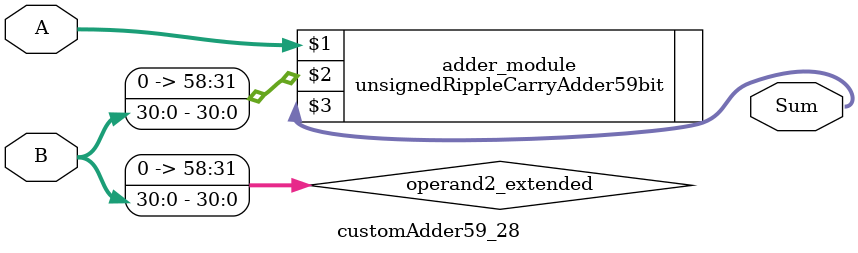
<source format=v>
module customAdder59_28(
                        input [58 : 0] A,
                        input [30 : 0] B,
                        
                        output [59 : 0] Sum
                );

        wire [58 : 0] operand2_extended;
        
        assign operand2_extended =  {28'b0, B};
        
        unsignedRippleCarryAdder59bit adder_module(
            A,
            operand2_extended,
            Sum
        );
        
        endmodule
        
</source>
